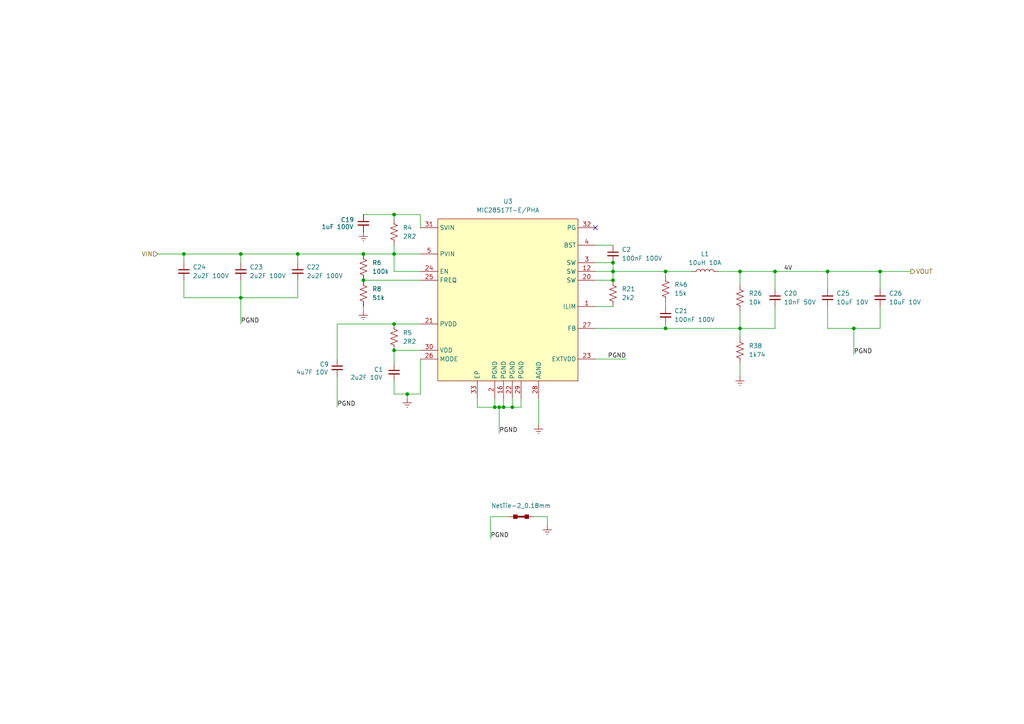
<source format=kicad_sch>
(kicad_sch (version 20250114) (generator "eeschema") (generator_version "9.0")
  (paper "A4")
  (lib_symbols
    (symbol "BR_Capacitors_0402:C_0402_100nF_100V_X5R_20%" (pin_numbers (hide yes)) (pin_names (offset 0.254) (hide yes))
      (property "Reference" "C" (at 1.016 1.778 0))
      (property "Value" "100nF 100V" (at 1.016 -1.778 0))
      (symbol "C_0402_100nF_100V_X5R_20%_0_1"
        (polyline (pts (xy -1.524 0.508) (xy 1.524 0.508)) (stroke (width 0.3048)))
        (polyline (pts (xy -1.524 -0.508) (xy 1.524 -0.508)) (stroke (width 0.3302)))
      )
      (symbol "C_0402_100nF_100V_X5R_20%_1_1"
        (pin passive line (at 0 2.54 270) (length 2.032) (name "~") (number "1"))
        (pin passive line (at 0 -2.54 90) (length 2.032) (name "~") (number "2"))
      )
    )
    (symbol "BR_Capacitors_0402:C_0402_10nF_50V_X7R_10%" (pin_numbers (hide yes)) (pin_names (offset 0.254) (hide yes))
      (property "Reference" "C" (at 1.016 1.778 0))
      (property "Value" "10nF 50V" (at 1.016 -1.778 0))
      (symbol "C_0402_10nF_50V_X7R_10%_0_1"
        (polyline (pts (xy -1.524 0.508) (xy 1.524 0.508)) (stroke (width 0.3048)))
        (polyline (pts (xy -1.524 -0.508) (xy 1.524 -0.508)) (stroke (width 0.3302)))
      )
      (symbol "C_0402_10nF_50V_X7R_10%_1_1"
        (pin passive line (at 0 2.54 270) (length 2.032) (name "~") (number "1"))
        (pin passive line (at 0 -2.54 90) (length 2.032) (name "~") (number "2"))
      )
    )
    (symbol "BR_Capacitors_0402:C_0402_2u2F_10V_X7R_10%" (pin_numbers (hide yes)) (pin_names (offset 0.254) (hide yes))
      (property "Reference" "C" (at 1.016 1.778 0))
      (property "Value" "2u2F 10V" (at 1.016 -1.778 0))
      (symbol "C_0402_2u2F_10V_X7R_10%_0_1"
        (polyline (pts (xy -1.524 0.508) (xy 1.524 0.508)) (stroke (width 0.3048)))
        (polyline (pts (xy -1.524 -0.508) (xy 1.524 -0.508)) (stroke (width 0.3302)))
      )
      (symbol "C_0402_2u2F_10V_X7R_10%_1_1"
        (pin passive line (at 0 2.54 270) (length 2.032) (name "~") (number "1"))
        (pin passive line (at 0 -2.54 90) (length 2.032) (name "~") (number "2"))
      )
    )
    (symbol "BR_Capacitors_0402:C_0402_4u7F_10V_X7T_20%" (pin_numbers (hide yes)) (pin_names (offset 0.254) (hide yes))
      (property "Reference" "C" (at 1.016 1.778 0))
      (property "Value" "4u7F 10V" (at 1.016 -1.778 0))
      (symbol "C_0402_4u7F_10V_X7T_20%_0_1"
        (polyline (pts (xy -1.524 0.508) (xy 1.524 0.508)) (stroke (width 0.3048)))
        (polyline (pts (xy -1.524 -0.508) (xy 1.524 -0.508)) (stroke (width 0.3302)))
      )
      (symbol "C_0402_4u7F_10V_X7T_20%_1_1"
        (pin passive line (at 0 2.54 270) (length 2.032) (name "~") (number "1"))
        (pin passive line (at 0 -2.54 90) (length 2.032) (name "~") (number "2"))
      )
    )
    (symbol "BR_Capacitors_0603:C_0603_100nF_100V_X7R_AEC-Q200" (pin_numbers (hide yes)) (pin_names (hide yes))
      (property "Reference" "C" (at 1.016 1.778 0))
      (property "Value" "100nF 100V" (at 1.016 -1.778 0))
      (symbol "C_0603_100nF_100V_X7R_AEC-Q200_0_1"
        (polyline (pts (xy -1.524 0.508) (xy 1.524 0.508)) (stroke (width 0.3048)))
        (polyline (pts (xy -1.524 -0.508) (xy 1.524 -0.508)) (stroke (width 0.3302)))
      )
      (symbol "C_0603_100nF_100V_X7R_AEC-Q200_1_1"
        (pin passive line (at 0 2.54 270) (length 2.032) (name "~") (number "1"))
        (pin passive line (at 0 -2.54 90) (length 2.032) (name "~") (number "2"))
      )
    )
    (symbol "BR_Capacitors_0603:C_0603_10uF_10V_X7T_10%" (pin_numbers (hide yes)) (pin_names (offset 0.254) (hide yes))
      (property "Reference" "C" (at 1.016 1.778 0))
      (property "Value" "10uF 10V" (at 1.016 -1.778 0))
      (symbol "C_0603_10uF_10V_X7T_10%_0_1"
        (polyline (pts (xy -1.524 0.508) (xy 1.524 0.508)) (stroke (width 0.3048)))
        (polyline (pts (xy -1.524 -0.508) (xy 1.524 -0.508)) (stroke (width 0.3302)))
      )
      (symbol "C_0603_10uF_10V_X7T_10%_1_1"
        (pin passive line (at 0 2.54 270) (length 2.032) (name "~") (number "1"))
        (pin passive line (at 0 -2.54 90) (length 2.032) (name "~") (number "2"))
      )
    )
    (symbol "BR_Capacitors_0805:C_0805_1uF_100V_X7S_10%" (pin_numbers (hide yes))
      (property "Reference" "C" (at 1.016 1.778 0))
      (property "Value" "1uF 100V" (at 1.016 -1.778 0))
      (symbol "C_0805_1uF_100V_X7S_10%_0_1"
        (polyline (pts (xy -1.524 0.508) (xy 1.524 0.508)) (stroke (width 0.3048)))
        (polyline (pts (xy -1.524 -0.508) (xy 1.524 -0.508)) (stroke (width 0.3302)))
      )
      (symbol "C_0805_1uF_100V_X7S_10%_1_1"
        (pin passive line (at 0 2.54 270) (length 2.032) (name "~") (number "1"))
        (pin passive line (at 0 -2.54 90) (length 2.032) (name "~") (number "2"))
      )
    )
    (symbol "BR_Capacitors_0805:C_0805_2u2F_100V_X7T_10%" (pin_numbers (hide yes))
      (property "Reference" "C" (at 1.016 1.778 0))
      (property "Value" "2u2F 100V" (at 1.016 -1.778 0))
      (symbol "C_0805_2u2F_100V_X7T_10%_0_1"
        (polyline (pts (xy -1.524 0.508) (xy 1.524 0.508)) (stroke (width 0.3048)))
        (polyline (pts (xy -1.524 -0.508) (xy 1.524 -0.508)) (stroke (width 0.3302)))
      )
      (symbol "C_0805_2u2F_100V_X7T_10%_1_1"
        (pin passive line (at 0 2.54 270) (length 2.032) (name "~") (number "1"))
        (pin passive line (at 0 -2.54 90) (length 2.032) (name "~") (number "2"))
      )
    )
    (symbol "BR_IC_Regulators:MIC28517T-E/PHA"
      (property "Reference" "U" (at -2.286 -15.748 0))
      (property "Value" "MIC28517T-E/PHA" (at -8.636 -12.7 0))
      (symbol "MIC28517T-E/PHA_1_0"
        (pin power_in line (at -25.4 10.16 0) (length 5.08) (name "SVIN") (number "31"))
        (pin power_in line (at -25.4 2.54 0) (length 5.08) (hide yes) (name "PVIN") (number "10"))
        (pin power_in line (at -25.4 2.54 0) (length 5.08) (hide yes) (name "PVIN") (number "11"))
        (pin power_in line (at -25.4 2.54 0) (length 5.08) (name "PVIN") (number "5"))
        (pin power_in line (at -25.4 2.54 0) (length 5.08) (hide yes) (name "PVIN") (number "6"))
        (pin power_in line (at -25.4 2.54 0) (length 5.08) (hide yes) (name "PVIN") (number "7"))
        (pin power_in line (at -25.4 2.54 0) (length 5.08) (hide yes) (name "PVIN") (number "8"))
        (pin power_in line (at -25.4 2.54 0) (length 5.08) (hide yes) (name "PVIN") (number "9"))
        (pin input line (at -25.4 -2.54 0) (length 5.08) (name "EN") (number "24"))
        (pin input line (at -25.4 -5.08 0) (length 5.08) (name "FREQ") (number "25"))
        (pin power_in line (at -25.4 -17.78 0) (length 5.08) (name "PVDD") (number "21"))
        (pin power_in line (at -25.4 -25.4 0) (length 5.08) (name "VDD") (number "30"))
        (pin input line (at -25.4 -27.94 0) (length 5.08) (name "MODE") (number "26"))
        (pin power_in line (at -8.89 -39.37 90) (length 5.08) (name "EP") (number "33"))
        (pin power_in line (at -3.81 -39.37 90) (length 5.08) (name "PGND") (number "2"))
        (pin power_in line (at -1.27 -39.37 90) (length 5.08) (name "PGND") (number "16"))
        (pin power_in line (at -1.27 -39.37 90) (length 5.08) (hide yes) (name "PGND") (number "17"))
        (pin power_in line (at -1.27 -39.37 90) (length 5.08) (hide yes) (name "PGND") (number "18"))
        (pin power_in line (at -1.27 -39.37 90) (length 5.08) (hide yes) (name "PGND") (number "19"))
        (pin power_in line (at 1.27 -39.37 90) (length 5.08) (name "PGND") (number "22"))
        (pin power_in line (at 3.81 -39.37 90) (length 5.08) (name "PGND") (number "29"))
        (pin power_in line (at 8.89 -39.37 90) (length 5.08) (name "AGND") (number "28"))
        (pin output line (at 25.4 10.16 180) (length 5.08) (name "PG") (number "32"))
        (pin passive line (at 25.4 5.08 180) (length 5.08) (name "BST") (number "4"))
        (pin output line (at 25.4 0 180) (length 5.08) (name "SW") (number "3"))
        (pin output line (at 25.4 -2.54 180) (length 5.08) (name "SW") (number "12"))
        (pin output line (at 25.4 -2.54 180) (length 5.08) (hide yes) (name "SW") (number "13"))
        (pin output line (at 25.4 -2.54 180) (length 5.08) (hide yes) (name "SW") (number "14"))
        (pin output line (at 25.4 -2.54 180) (length 5.08) (hide yes) (name "SW") (number "15"))
        (pin output line (at 25.4 -5.08 180) (length 5.08) (name "SW") (number "20"))
        (pin input line (at 25.4 -12.7 180) (length 5.08) (name "ILIM") (number "1"))
        (pin input line (at 25.4 -19.05 180) (length 5.08) (name "FB") (number "27"))
        (pin power_in line (at 25.4 -27.94 180) (length 5.08) (name "EXTVDD") (number "23"))
      )
      (symbol "MIC28517T-E/PHA_1_1"
        (rectangle (start -20.32 12.7) (end 20.32 -34.29) (fill (type background)))
      )
    )
    (symbol "BR_Inductors:L_XR1265-100M" (pin_numbers (hide yes)) (pin_names (offset 0.254) (hide yes))
      (property "Reference" "L" (at -1.27 0 90))
      (property "Value" "10uH 10A" (at 2.032 0 90))
      (symbol "L_XR1265-100M_0_1"
        (arc (start 0 2.54) (mid 0.6158 1.905) (end 0 1.27))
        (arc (start 0.0195 1.27) (mid 0.6353 0.635) (end 0.0195 0))
        (arc (start 0.0195 0) (mid 0.6353 -0.635) (end 0.0195 -1.27))
        (arc (start 0.0195 -1.27) (mid 0.6353 -1.905) (end 0.0195 -2.54))
      )
      (symbol "L_XR1265-100M_1_1"
        (pin passive line (at 0 3.81 270) (length 1.27) (name "~") (number "1"))
        (pin passive line (at 0 -3.81 90) (length 1.27) (name "~") (number "2"))
      )
    )
    (symbol "BR_Resistors_0402:R_0402_100k" (pin_numbers (hide yes)) (pin_names (offset 0) (hide yes))
      (property "Reference" "R" (at 1.524 1.27 0))
      (property "Value" "100k" (at 1.524 -1.27 0))
      (symbol "R_0402_100k_0_1"
        (polyline (pts (xy 0 2.286) (xy 0 2.54)))
        (polyline (pts (xy 0 2.286) (xy 1.016 1.905) (xy 0 1.524) (xy -1.016 1.143) (xy 0 0.762)))
        (polyline (pts (xy 0 0.762) (xy 1.016 0.381) (xy 0 0) (xy -1.016 -0.381) (xy 0 -0.762)))
        (polyline (pts (xy 0 -0.762) (xy 1.016 -1.143) (xy 0 -1.524) (xy -1.016 -1.905) (xy 0 -2.286)))
        (polyline (pts (xy 0 -2.286) (xy 0 -2.54)))
      )
      (symbol "R_0402_100k_1_1"
        (pin passive line (at 0 3.81 270) (length 1.27) (name "~") (number "1"))
        (pin passive line (at 0 -3.81 90) (length 1.27) (name "~") (number "2"))
      )
    )
    (symbol "BR_Resistors_0402:R_0402_10k" (pin_numbers (hide yes)) (pin_names (offset 0) (hide yes))
      (property "Reference" "R" (at 1.524 1.27 0))
      (property "Value" "10k" (at 1.524 -1.27 0))
      (symbol "R_0402_10k_0_1"
        (polyline (pts (xy 0 2.286) (xy 0 2.54)))
        (polyline (pts (xy 0 2.286) (xy 1.016 1.905) (xy 0 1.524) (xy -1.016 1.143) (xy 0 0.762)))
        (polyline (pts (xy 0 0.762) (xy 1.016 0.381) (xy 0 0) (xy -1.016 -0.381) (xy 0 -0.762)))
        (polyline (pts (xy 0 -0.762) (xy 1.016 -1.143) (xy 0 -1.524) (xy -1.016 -1.905) (xy 0 -2.286)))
        (polyline (pts (xy 0 -2.286) (xy 0 -2.54)))
      )
      (symbol "R_0402_10k_1_1"
        (pin passive line (at 0 3.81 270) (length 1.27) (name "~") (number "1"))
        (pin passive line (at 0 -3.81 90) (length 1.27) (name "~") (number "2"))
      )
    )
    (symbol "BR_Resistors_0402:R_0402_15k" (pin_numbers (hide yes)) (pin_names (offset 0) (hide yes))
      (property "Reference" "R" (at 1.524 1.27 0))
      (property "Value" "15k" (at 1.524 -1.27 0))
      (symbol "R_0402_15k_0_1"
        (polyline (pts (xy 0 2.286) (xy 0 2.54)))
        (polyline (pts (xy 0 2.286) (xy 1.016 1.905) (xy 0 1.524) (xy -1.016 1.143) (xy 0 0.762)))
        (polyline (pts (xy 0 0.762) (xy 1.016 0.381) (xy 0 0) (xy -1.016 -0.381) (xy 0 -0.762)))
        (polyline (pts (xy 0 -0.762) (xy 1.016 -1.143) (xy 0 -1.524) (xy -1.016 -1.905) (xy 0 -2.286)))
        (polyline (pts (xy 0 -2.286) (xy 0 -2.54)))
      )
      (symbol "R_0402_15k_1_1"
        (pin passive line (at 0 3.81 270) (length 1.27) (name "~") (number "1"))
        (pin passive line (at 0 -3.81 90) (length 1.27) (name "~") (number "2"))
      )
    )
    (symbol "BR_Resistors_0402:R_0402_1k74" (pin_numbers (hide yes)) (pin_names (offset 0) (hide yes))
      (property "Reference" "R" (at 1.524 1.27 0))
      (property "Value" "1k74" (at 1.524 -1.27 0))
      (symbol "R_0402_1k74_0_1"
        (polyline (pts (xy 0 2.286) (xy 0 2.54)))
        (polyline (pts (xy 0 2.286) (xy 1.016 1.905) (xy 0 1.524) (xy -1.016 1.143) (xy 0 0.762)))
        (polyline (pts (xy 0 0.762) (xy 1.016 0.381) (xy 0 0) (xy -1.016 -0.381) (xy 0 -0.762)))
        (polyline (pts (xy 0 -0.762) (xy 1.016 -1.143) (xy 0 -1.524) (xy -1.016 -1.905) (xy 0 -2.286)))
        (polyline (pts (xy 0 -2.286) (xy 0 -2.54)))
      )
      (symbol "R_0402_1k74_1_1"
        (pin passive line (at 0 3.81 270) (length 1.27) (name "~") (number "1"))
        (pin passive line (at 0 -3.81 90) (length 1.27) (name "~") (number "2"))
      )
    )
    (symbol "BR_Resistors_0402:R_0402_2R2" (pin_numbers (hide yes)) (pin_names (offset 0) (hide yes))
      (property "Reference" "R" (at 1.524 1.27 0))
      (property "Value" "2R2" (at 1.524 -1.27 0))
      (symbol "R_0402_2R2_0_1"
        (polyline (pts (xy 0 2.286) (xy 0 2.54)))
        (polyline (pts (xy 0 2.286) (xy 1.016 1.905) (xy 0 1.524) (xy -1.016 1.143) (xy 0 0.762)))
        (polyline (pts (xy 0 0.762) (xy 1.016 0.381) (xy 0 0) (xy -1.016 -0.381) (xy 0 -0.762)))
        (polyline (pts (xy 0 -0.762) (xy 1.016 -1.143) (xy 0 -1.524) (xy -1.016 -1.905) (xy 0 -2.286)))
        (polyline (pts (xy 0 -2.286) (xy 0 -2.54)))
      )
      (symbol "R_0402_2R2_1_1"
        (pin passive line (at 0 3.81 270) (length 1.27) (name "~") (number "1"))
        (pin passive line (at 0 -3.81 90) (length 1.27) (name "~") (number "2"))
      )
    )
    (symbol "BR_Resistors_0402:R_0402_2k2" (pin_numbers (hide yes)) (pin_names (offset 0) (hide yes))
      (property "Reference" "R" (at 1.524 1.27 0))
      (property "Value" "2k2" (at 1.524 -1.27 0))
      (symbol "R_0402_2k2_0_1"
        (polyline (pts (xy 0 2.286) (xy 0 2.54)))
        (polyline (pts (xy 0 2.286) (xy 1.016 1.905) (xy 0 1.524) (xy -1.016 1.143) (xy 0 0.762)))
        (polyline (pts (xy 0 0.762) (xy 1.016 0.381) (xy 0 0) (xy -1.016 -0.381) (xy 0 -0.762)))
        (polyline (pts (xy 0 -0.762) (xy 1.016 -1.143) (xy 0 -1.524) (xy -1.016 -1.905) (xy 0 -2.286)))
        (polyline (pts (xy 0 -2.286) (xy 0 -2.54)))
      )
      (symbol "R_0402_2k2_1_1"
        (pin passive line (at 0 3.81 270) (length 1.27) (name "~") (number "1"))
        (pin passive line (at 0 -3.81 90) (length 1.27) (name "~") (number "2"))
      )
    )
    (symbol "BR_Resistors_0402:R_0402_51k" (pin_numbers (hide yes)) (pin_names (offset 0) (hide yes))
      (property "Reference" "R" (at 1.524 1.27 0))
      (property "Value" "51k" (at 1.524 -1.27 0))
      (symbol "R_0402_51k_0_1"
        (polyline (pts (xy 0 2.286) (xy 0 2.54)))
        (polyline (pts (xy 0 2.286) (xy 1.016 1.905) (xy 0 1.524) (xy -1.016 1.143) (xy 0 0.762)))
        (polyline (pts (xy 0 0.762) (xy 1.016 0.381) (xy 0 0) (xy -1.016 -0.381) (xy 0 -0.762)))
        (polyline (pts (xy 0 -0.762) (xy 1.016 -1.143) (xy 0 -1.524) (xy -1.016 -1.905) (xy 0 -2.286)))
        (polyline (pts (xy 0 -2.286) (xy 0 -2.54)))
      )
      (symbol "R_0402_51k_1_1"
        (pin passive line (at 0 3.81 270) (length 1.27) (name "~") (number "1"))
        (pin passive line (at 0 -3.81 90) (length 1.27) (name "~") (number "2"))
      )
    )
    (symbol "BR_Virtual_Parts:GND" (power) (pin_numbers (hide yes)) (pin_names (offset 0) (hide yes))
      (property "Value" "GND" (at 0 -3.556 0))
      (symbol "GND_0_1"
        (polyline (pts (xy -0.635 -1.905) (xy 0.635 -1.905)))
        (polyline (pts (xy -0.127 -2.54) (xy 0.127 -2.54)))
        (polyline (pts (xy 0 -1.27) (xy 0 0)))
        (polyline (pts (xy 1.27 -1.27) (xy -1.27 -1.27)))
      )
      (symbol "GND_1_1"
        (pin power_in line (at 0 0 270) (length 0) (hide yes) (name "GNDREF") (number "1"))
      )
    )
    (symbol "BR_Virtual_Parts:NetTie-2_0.18mm_long" (pin_numbers (hide yes)) (pin_names (offset 0)) (in_bom no)
      (property "Value" "NetTie-2_0.18mm" (at 2.54 0 90))
      (symbol "NetTie-2_0.18mm_long_0_1"
        (polyline (pts (xy 0 2.286) (xy 0 2.54)))
        (polyline (pts (xy 0 -2.286) (xy 0 -2.54)))
      )
      (symbol "NetTie-2_0.18mm_long_1_1"
        (rectangle (start -0.635 2.286) (end 0.635 1.016) (stroke (width -0.0001)) (fill (type outline)))
        (rectangle (start -0.635 -1.016) (end 0.635 -2.286) (stroke (width -0.0001)) (fill (type outline)))
        (rectangle (start -0.254 1.016) (end 0.254 -1.016) (stroke (width -0.0001)) (fill (type outline)))
        (pin passive line (at 0 3.81 270) (length 1.27) (name "~") (number "1"))
        (pin passive line (at 0 -3.81 90) (length 1.27) (name "~") (number "2"))
      )
    )
  )
  (junction (at 53.34 73.66))
  (junction (at 69.85 73.66))
  (junction (at 114.3 101.6))
  (junction (at 214.63 78.74))
  (junction (at 114.3 93.98))
  (junction (at 177.8 81.28))
  (junction (at 240.03 78.74))
  (junction (at 86.36 73.66))
  (junction (at 105.41 81.28))
  (junction (at 143.51 118.11))
  (junction (at 69.85 86.36))
  (junction (at 118.11 114.3))
  (junction (at 144.78 118.11))
  (junction (at 114.3 73.66))
  (junction (at 224.79 78.74))
  (junction (at 247.65 95.25))
  (junction (at 177.8 76.2))
  (junction (at 214.63 95.25))
  (junction (at 193.04 78.74))
  (junction (at 255.27 78.74))
  (junction (at 148.59 118.11))
  (junction (at 146.05 118.11))
  (junction (at 114.3 62.23))
  (junction (at 105.41 73.66))
  (junction (at 177.8 78.74))
  (junction (at 193.04 95.25))
  (no_connect (at 172.72 66.04))
  (wire (pts (xy 214.63 90.17) (xy 214.63 95.25)))
  (wire (pts (xy 53.34 86.36) (xy 69.85 86.36)))
  (wire (pts (xy 193.04 95.25) (xy 214.63 95.25)))
  (wire (pts (xy 105.41 81.28) (xy 121.92 81.28)))
  (wire (pts (xy 156.21 123.19) (xy 156.21 115.57)))
  (wire (pts (xy 118.11 114.3) (xy 121.92 114.3)))
  (wire (pts (xy 53.34 81.28) (xy 53.34 86.36)))
  (wire (pts (xy 121.92 62.23) (xy 121.92 66.04)))
  (wire (pts (xy 144.78 118.11) (xy 143.51 118.11)))
  (wire (pts (xy 86.36 73.66) (xy 86.36 76.2)))
  (wire (pts (xy 193.04 93.98) (xy 193.04 95.25)))
  (wire (pts (xy 172.72 76.2) (xy 177.8 76.2)))
  (wire (pts (xy 147.32 149.86) (xy 142.24 149.86)))
  (wire (pts (xy 224.79 78.74) (xy 224.79 83.82)))
  (wire (pts (xy 114.3 78.74) (xy 121.92 78.74)))
  (wire (pts (xy 69.85 73.66) (xy 69.85 76.2)))
  (wire (pts (xy 146.05 118.11) (xy 144.78 118.11)))
  (wire (pts (xy 214.63 78.74) (xy 224.79 78.74)))
  (wire (pts (xy 193.04 78.74) (xy 193.04 80.01)))
  (wire (pts (xy 105.41 73.66) (xy 114.3 73.66)))
  (wire (pts (xy 214.63 82.55) (xy 214.63 78.74)))
  (wire (pts (xy 158.75 152.4) (xy 158.75 149.86)))
  (wire (pts (xy 224.79 78.74) (xy 240.03 78.74)))
  (wire (pts (xy 214.63 105.41) (xy 214.63 109.22)))
  (wire (pts (xy 69.85 73.66) (xy 86.36 73.66)))
  (wire (pts (xy 158.75 149.86) (xy 154.94 149.86)))
  (wire (pts (xy 114.3 62.23) (xy 121.92 62.23)))
  (wire (pts (xy 97.79 109.22) (xy 97.79 118.11)))
  (wire (pts (xy 69.85 86.36) (xy 69.85 93.98)))
  (wire (pts (xy 114.3 78.74) (xy 114.3 73.66)))
  (wire (pts (xy 148.59 115.57) (xy 148.59 118.11)))
  (wire (pts (xy 146.05 115.57) (xy 146.05 118.11)))
  (wire (pts (xy 255.27 78.74) (xy 255.27 83.82)))
  (wire (pts (xy 240.03 95.25) (xy 247.65 95.25)))
  (wire (pts (xy 143.51 118.11) (xy 138.43 118.11)))
  (wire (pts (xy 114.3 62.23) (xy 114.3 63.5)))
  (wire (pts (xy 240.03 78.74) (xy 255.27 78.74)))
  (wire (pts (xy 86.36 86.36) (xy 86.36 81.28)))
  (wire (pts (xy 148.59 118.11) (xy 146.05 118.11)))
  (wire (pts (xy 142.24 149.86) (xy 142.24 156.21)))
  (wire (pts (xy 114.3 93.98) (xy 121.92 93.98)))
  (wire (pts (xy 114.3 101.6) (xy 114.3 105.41)))
  (wire (pts (xy 114.3 101.6) (xy 121.92 101.6)))
  (wire (pts (xy 172.72 95.25) (xy 193.04 95.25)))
  (wire (pts (xy 247.65 95.25) (xy 247.65 102.87)))
  (wire (pts (xy 208.28 78.74) (xy 214.63 78.74)))
  (wire (pts (xy 240.03 88.9) (xy 240.03 95.25)))
  (wire (pts (xy 177.8 76.2) (xy 177.8 78.74)))
  (wire (pts (xy 114.3 73.66) (xy 121.92 73.66)))
  (wire (pts (xy 151.13 118.11) (xy 148.59 118.11)))
  (wire (pts (xy 255.27 95.25) (xy 255.27 88.9)))
  (wire (pts (xy 172.72 88.9) (xy 177.8 88.9)))
  (wire (pts (xy 53.34 73.66) (xy 53.34 76.2)))
  (wire (pts (xy 121.92 104.14) (xy 121.92 114.3)))
  (wire (pts (xy 114.3 110.49) (xy 114.3 114.3)))
  (wire (pts (xy 177.8 81.28) (xy 172.72 81.28)))
  (wire (pts (xy 247.65 95.25) (xy 255.27 95.25)))
  (wire (pts (xy 114.3 114.3) (xy 118.11 114.3)))
  (wire (pts (xy 45.72 73.66) (xy 53.34 73.66)))
  (wire (pts (xy 193.04 78.74) (xy 200.66 78.74)))
  (wire (pts (xy 69.85 81.28) (xy 69.85 86.36)))
  (wire (pts (xy 143.51 115.57) (xy 143.51 118.11)))
  (wire (pts (xy 118.11 115.57) (xy 118.11 114.3)))
  (wire (pts (xy 214.63 95.25) (xy 224.79 95.25)))
  (wire (pts (xy 144.78 118.11) (xy 144.78 125.73)))
  (wire (pts (xy 172.72 71.12) (xy 177.8 71.12)))
  (wire (pts (xy 151.13 115.57) (xy 151.13 118.11)))
  (wire (pts (xy 69.85 86.36) (xy 86.36 86.36)))
  (wire (pts (xy 97.79 93.98) (xy 97.79 104.14)))
  (wire (pts (xy 177.8 78.74) (xy 172.72 78.74)))
  (wire (pts (xy 177.8 78.74) (xy 177.8 81.28)))
  (wire (pts (xy 177.8 78.74) (xy 193.04 78.74)))
  (wire (pts (xy 193.04 87.63) (xy 193.04 88.9)))
  (wire (pts (xy 214.63 97.79) (xy 214.63 95.25)))
  (wire (pts (xy 172.72 104.14) (xy 181.61 104.14)))
  (wire (pts (xy 255.27 78.74) (xy 264.16 78.74)))
  (wire (pts (xy 138.43 115.57) (xy 138.43 118.11)))
  (wire (pts (xy 114.3 93.98) (xy 97.79 93.98)))
  (wire (pts (xy 240.03 78.74) (xy 240.03 83.82)))
  (wire (pts (xy 224.79 95.25) (xy 224.79 88.9)))
  (wire (pts (xy 53.34 73.66) (xy 69.85 73.66)))
  (wire (pts (xy 105.41 62.23) (xy 114.3 62.23)))
  (wire (pts (xy 114.3 71.12) (xy 114.3 73.66)))
  (wire (pts (xy 86.36 73.66) (xy 105.41 73.66)))
  (wire (pts (xy 105.41 88.9) (xy 105.41 90.17)))
  (label "PGND" (at 97.79 118.11 0))
  (label "PGND" (at 181.61 104.14 180))
  (label "4V" (at 227.33 78.74 0))
  (label "PGND" (at 69.85 93.98 0))
  (label "PGND" (at 142.24 156.21 0))
  (label "PGND" (at 144.78 125.73 0))
  (label "PGND" (at 247.65 102.87 0))
  (hierarchical_label "VOUT" (shape output) (at 264.16 78.74 0))
  (hierarchical_label "VIN" (shape input) (at 45.72 73.66 180))
  (symbol (lib_id "BR_Capacitors_0603:C_0603_100nF_100V_X7R_AEC-Q200") (at 177.8 73.66 0) (unit 1)
    (property "Reference" "C2" (at 180.34 72.3962 0) (effects (justify left)))
    (property "Value" "100nF 100V" (at 180.34 74.9362 0) (effects (justify left)))
    (property "Footprint" "BR_Passives:C_0603_1608Metric-minimized" (effects (hide yes)))
    (property "Datasheet" "https://www.murata.com/-/media/webrenewal/support/library/catalog/products/k35e.ashx?la=en-us&cvid=20200508021757000000" (effects (hide yes)))
    (property "Description" "100nF 100V X7R 10% Ceramic Capacitor 0603 AEC-Q200" (effects (hide yes)))
    (property "Manufacturer" "Murata Electronics" (effects (hide yes)))
    (property "Manufacturer Part Num" "GCJ188R72A104KA01D" (effects (hide yes)))
    (property "BRE Number" "BRE-000034" (effects (hide yes)))
    (property "Supplier 1" "DigiKey" (effects (hide yes)))
    (property "Supplier Part Num 1" "490-13420-1-ND" (effects (hide yes)))
    (property "Supplier 2" "Mouser" (effects (hide yes)))
    (property "Supplier Part Num 2" "81-GCJ188R72A104KA1D" (effects (hide yes)))
    (property "Supplier 3" "JLCPCB" (effects (hide yes)))
    (property "Supplier Part Num 3" "C161117" (effects (hide yes)))
    (property "JLCPCB Part Num" "C161117" (effects (hide yes)))
  )
  (symbol (lib_id "BR_Resistors_0402:R_0402_2k2") (at 177.8 85.09 0) (unit 1)
    (property "Reference" "R21" (at 180.34 83.8199 0) (effects (justify left)))
    (property "Value" "2k2" (at 180.34 86.3599 0) (effects (justify left)))
    (property "Footprint" "BR_Passives:R_0402_1005Metric-minimized" (effects (hide yes)))
    (property "Datasheet" "https://www.yageo.com/upload/media/product/app/datasheet/rchip/pyu-rc_group_51_rohs_l.pdf" (effects (hide yes)))
    (property "Description" "2.2k 1% 100ppm 62.5mW Thick Film Resistor 0402" (effects (hide yes)))
    (property "Manufacturer" "YAGEO" (effects (hide yes)))
    (property "Manufacturer Part Num" "RC0402FR-072K2L" (effects (hide yes)))
    (property "BRE Number" "BRE-000325" (effects (hide yes)))
    (property "Supplier 1" "DigiKey" (effects (hide yes)))
    (property "Supplier Part Num 1" "311-2.20KLRCT-ND" (effects (hide yes)))
    (property "Supplier 2" "DigiKey" (effects (hide yes)))
    (property "Supplier Part Num 2" "311-2.20KLRTR-ND" (effects (hide yes)))
    (property "Supplier 3" "JLCPCB" (effects (hide yes)))
    (property "Supplier Part Num 3" "C114762" (effects (hide yes)))
    (property "JLCPCB Part Num" "C114762" (effects (hide yes)))
  )
  (symbol (lib_id "BR_Virtual_Parts:GND") (at 214.63 109.22 0) (unit 1)
    (property "Reference" "#PWR027" (effects (hide yes)))
    (property "Value" "GND" (effects (hide yes)))
  )
  (symbol (lib_id "BR_Virtual_Parts:GND") (at 158.75 152.4 0) (unit 1)
    (property "Reference" "#PWR023" (effects (hide yes)))
    (property "Value" "GND" (effects (hide yes)))
  )
  (symbol (lib_id "BR_Virtual_Parts:GND") (at 105.41 67.31 0) (unit 1)
    (property "Reference" "#PWR031" (effects (hide yes)))
    (property "Value" "GND" (effects (hide yes)))
  )
  (symbol (lib_id "BR_Resistors_0402:R_0402_100k") (at 105.41 77.47 0) (unit 1)
    (property "Reference" "R6" (at 107.95 76.1999 0) (effects (justify left)))
    (property "Value" "100k" (at 107.95 78.7399 0) (effects (justify left)))
    (property "Footprint" "BR_Passives:C_0402_1005Metric-minimized" (effects (hide yes)))
    (property "Datasheet" "https://www.yageo.com/upload/media/product/productsearch/datasheet/rchip/PYu-RC_Group_51_RoHS_L_12.pdf" (effects (hide yes)))
    (property "Description" "100k 1% 100ppm 62.5mW Thick Film Resistor 0402" (effects (hide yes)))
    (property "Manufacturer" "YAGEO" (effects (hide yes)))
    (property "Manufacturer Part Num" "RC0402FR-07100KL" (effects (hide yes)))
    (property "BRE Number" "BRE-000290" (effects (hide yes)))
    (property "Supplier 1" "DigiKey" (effects (hide yes)))
    (property "Supplier Part Num 1" "311-100KLRCT-ND" (effects (hide yes)))
    (property "Supplier 2" "DigiKey" (effects (hide yes)))
    (property "Supplier Part Num 2" "311-100KLRTR-ND" (effects (hide yes)))
    (property "Supplier 3" "JLCPCB" (effects (hide yes)))
    (property "Supplier Part Num 3" "C60491" (effects (hide yes)))
    (property "JLCPCB Part Num" "C60491" (effects (hide yes)))
  )
  (symbol (lib_id "BR_Resistors_0402:R_0402_51k") (at 105.41 85.09 0) (unit 1)
    (property "Reference" "R8" (at 107.95 83.8199 0) (effects (justify left)))
    (property "Value" "51k" (at 107.95 86.3599 0) (effects (justify left)))
    (property "Footprint" "BR_Passives:C_0402_1005Metric-minimized" (effects (hide yes)))
    (property "Datasheet" "https://www.yageo.com/upload/media/product/products/datasheet/rchip/PYu-RC_Group_51_RoHS_L_12.pdf" (effects (hide yes)))
    (property "Description" "51k 1% 100ppm 62.5mW Thick Film Resistor 0402" (effects (hide yes)))
    (property "Manufacturer" "YAGEO" (effects (hide yes)))
    (property "Manufacturer Part Num" "RC0402FR-0751KL" (effects (hide yes)))
    (property "BRE Number" "BRE-001229" (effects (hide yes)))
    (property "Supplier 1" "DigiKey" (effects (hide yes)))
    (property "Supplier Part Num 1" "311-51.0KLRCT-ND" (effects (hide yes)))
    (property "Supplier 2" "Mouser" (effects (hide yes)))
    (property "Supplier Part Num 2" "603-RC0402FR-0756KL" (effects (hide yes)))
    (property "Supplier 3" "JLCPCB" (effects (hide yes)))
    (property "Supplier Part Num 3" "C107229" (effects (hide yes)))
    (property "JLCPCB Part Num" "C107229" (effects (hide yes)))
  )
  (symbol (lib_id "BR_Resistors_0402:R_0402_10k") (at 214.63 86.36 0) (unit 1)
    (property "Reference" "R26" (at 217.17 85.0899 0) (effects (justify left)))
    (property "Value" "10k" (at 217.17 87.6299 0) (effects (justify left)))
    (property "Footprint" "BR_Passives:C_0402_1005Metric-minimized" (effects (hide yes)))
    (property "Datasheet" "https://www.yageo.com/upload/media/product/productsearch/datasheet/rchip/PYu-AC_51_RoHS_L_10.pdf" (effects (hide yes)))
    (property "Description" "10k 1% 100ppm 62.5mW Thick Film Resistor 0402" (effects (hide yes)))
    (property "Manufacturer" "YAGEO" (effects (hide yes)))
    (property "Manufacturer Part Num" "AC0402FR-0710KL" (effects (hide yes)))
    (property "BRE Number" "BRE-000292" (effects (hide yes)))
    (property "Supplier 1" "DigiKey" (effects (hide yes)))
    (property "Supplier Part Num 1" "YAG3436CT-ND" (effects (hide yes)))
    (property "Supplier 2" "DigiKey" (effects (hide yes)))
    (property "Supplier Part Num 2" "YAG3436TR-ND" (effects (hide yes)))
    (property "Supplier 3" "JLCPCB" (effects (hide yes)))
    (property "Supplier Part Num 3" "C144807" (effects (hide yes)))
    (property "JLCPCB Part Num" "C144807" (effects (hide yes)))
  )
  (symbol (lib_id "BR_Virtual_Parts:GND") (at 105.41 90.17 0) (unit 1)
    (property "Reference" "#PWR025" (effects (hide yes)))
    (property "Value" "GND" (effects (hide yes)))
  )
  (symbol (lib_id "BR_Resistors_0402:R_0402_1k74") (at 214.63 101.6 0) (unit 1)
    (property "Reference" "R38" (at 217.17 100.3299 0) (effects (justify left)))
    (property "Value" "1k74" (at 217.17 102.8699 0) (effects (justify left)))
    (property "Footprint" "BR_Passives:C_0402_1005Metric-minimized" (effects (hide yes)))
    (property "Datasheet" "https://www.yageo.com/upload/media/product/products/datasheet/rchip/PYu-RC_Group_51_RoHS_L_12.pdf" (effects (hide yes)))
    (property "Description" "1.74k 1% 100ppm 62.5mW Thick Film Resistor 0402" (effects (hide yes)))
    (property "Manufacturer" "YAGEO" (effects (hide yes)))
    (property "Manufacturer Part Num" "RC0402FR-071K74L" (effects (hide yes)))
    (property "BRE Number" "BRE-001233" (effects (hide yes)))
    (property "Supplier 1" "DigiKey" (effects (hide yes)))
    (property "Supplier Part Num 1" "YAG3046CT-ND" (effects (hide yes)))
    (property "Supplier 2" "DigiKey" (effects (hide yes)))
    (property "Supplier Part Num 2" "YAG3046CT-ND" (effects (hide yes)))
    (property "Supplier 3" "JLCPCB" (effects (hide yes)))
    (property "Supplier Part Num 3" "C163482" (effects (hide yes)))
    (property "JLCPCB Part Num" "C163482" (effects (hide yes)))
  )
  (symbol (lib_id "BR_Capacitors_0805:C_0805_2u2F_100V_X7T_10%") (at 86.36 78.74 0) (unit 1)
    (property "Reference" "C22" (at 88.9 77.4762 0) (effects (justify left)))
    (property "Value" "2u2F 100V" (at 88.9 80.0162 0) (effects (justify left)))
    (property "Footprint" "BR_Passives:C_0805_2012Metric-minimized" (effects (hide yes)))
    (property "Datasheet" "https://search.murata.co.jp/Ceramy/image/img/A01X/G101/ENG/GRM21BD72A225KE01-01A.pdf" (effects (hide yes)))
    (property "Description" "2.2uF 100V X7T 10% Ceramic Capacitor 0805" (effects (hide yes)))
    (property "Manufacturer" "Murata Electronics" (effects (hide yes)))
    (property "Manufacturer Part Num" "GRM21BD72A225KE01L" (effects (hide yes)))
    (property "BRE Number" "BRE-001204" (effects (hide yes)))
    (property "Supplier 1" "DigiKey" (effects (hide yes)))
    (property "Supplier Part Num 1" "490-GRM21BD72A225KE01LCT-ND" (effects (hide yes)))
    (property "Supplier 2" "Mouser" (effects (hide yes)))
    (property "Supplier Part Num 2" "81-GRM21BD72A225KE1L" (effects (hide yes)))
    (property "Supplier 3" "JLCPCB" (effects (hide yes)))
    (property "Supplier Part Num 3" " C2981733" (effects (hide yes)))
    (property "JLCPCB Part Num" "C2981733" (effects (hide yes)))
  )
  (symbol (lib_id "BR_Virtual_Parts:GND") (at 156.21 123.19 0) (unit 1)
    (property "Reference" "#PWR024" (effects (hide yes)))
    (property "Value" "GND" (effects (hide yes)))
  )
  (symbol (lib_id "BR_Capacitors_0603:C_0603_10uF_10V_X7T_10%") (at 240.03 86.36 0) (unit 1)
    (property "Reference" "C25" (at 242.57 85.0962 0) (effects (justify left)))
    (property "Value" "10uF 10V" (at 242.57 87.6362 0) (effects (justify left)))
    (property "Footprint" "BR_Passives:C_0603_1608Metric-minimized" (effects (hide yes)))
    (property "Datasheet" "https://search.murata.co.jp/Ceramy/image/img/A01X/G101/ENG/GRM188D71A106KA73-01.pdf" (effects (hide yes)))
    (property "Description" "10uF 10V X7T 10% Ceramic Capacitor 0603" (effects (hide yes)))
    (property "Manufacturer" "Murata Electronics" (effects (hide yes)))
    (property "Manufacturer Part Num" "GRM188D71A106KA73D" (effects (hide yes)))
    (property "BRE Number" "BRE-000035" (effects (hide yes)))
    (property "Supplier 1" "DigiKey" (effects (hide yes)))
    (property "Supplier Part Num 1" "490-14461-1-ND" (effects (hide yes)))
    (property "Supplier 2" "Mouser" (effects (hide yes)))
    (property "Supplier Part Num 2" "81-GRM188D71A106KA3D" (effects (hide yes)))
    (property "Supplier 3" "JLCPCB" (effects (hide yes)))
    (property "Supplier Part Num 3" "C385037" (effects (hide yes)))
    (property "JLCPCB Part Num" "C385037" (effects (hide yes)))
  )
  (symbol (lib_id "BR_Inductors:L_XR1265-100M") (at 204.47 78.74 90) (unit 1)
    (property "Reference" "L1" (at 204.47 73.66 90))
    (property "Value" "10uH 10A" (at 204.47 76.2 90))
    (property "Footprint" "BR_Inductors:XR1265-100M" (effects (hide yes)))
    (property "Datasheet" "https://jlcpcb.com/api/file/downloadByFileSystemAccessId/8590906446731567104" (effects (hide yes)))
    (property "Description" "10uH 20% 10A 20.7mR  Shielded Molded Inductor SMT 13.5x12.6x6.3mm" (effects (hide yes)))
    (property "Manufacturer" "XR" (effects (hide yes)))
    (property "Manufacturer Part Num" "XR1265-100M" (effects (hide yes)))
    (property "BRE Number" "BRE-001232" (effects (hide yes)))
    (property "JLCPCB Part Num" "C5339467" (effects (hide yes)))
  )
  (symbol (lib_id "BR_Resistors_0402:R_0402_2R2") (at 114.3 97.79 0) (unit 1)
    (property "Reference" "R5" (at 116.84 96.5199 0) (effects (justify left)))
    (property "Value" "2R2" (at 116.84 99.0599 0) (effects (justify left)))
    (property "Footprint" "BR_Passives:R_0402_1005Metric-minimized" (effects (hide yes)))
    (property "Datasheet" "https://jlcpcb.com/api/file/downloadByFileSystemAccessId/8588947077061070848" (effects (hide yes)))
    (property "Description" "2.2R 1% 200ppm 62.5mW Thick Film Resistor 0402" (effects (hide yes)))
    (property "Manufacturer" "YAGEO" (effects (hide yes)))
    (property "Manufacturer Part Num" "RC0402FR-072R2L" (effects (hide yes)))
    (property "BRE Number" "BRE-001225" (effects (hide yes)))
    (property "Supplier 1" "DigiKey" (effects (hide yes)))
    (property "Supplier Part Num 1" "311-2.20LRCT-ND" (effects (hide yes)))
    (property "Supplier 2" "DigiKey" (effects (hide yes)))
    (property "Supplier Part Num 2" "311-2.20LRCT-ND" (effects (hide yes)))
    (property "Supplier 3" "JLCPCB" (effects (hide yes)))
    (property "Supplier Part Num 3" "C327251" (effects (hide yes)))
    (property "JLCPCB Part Num" "C327251" (effects (hide yes)))
  )
  (symbol (lib_id "BR_Capacitors_0402:C_0402_100nF_100V_X5R_20%") (at 193.04 91.44 0) (unit 1)
    (property "Reference" "C21" (at 195.58 90.1762 0) (effects (justify left)))
    (property "Value" "100nF 100V" (at 195.58 92.7162 0) (effects (justify left)))
    (property "Footprint" "BR_Passives:C_0402_1005Metric-minimized" (effects (hide yes)))
    (property "Datasheet" "https://www.lcsc.com/datasheet/lcsc_datasheet_2410010301_Murata-Electronics-GRM155R62A104ME14D_C162179.pdf" (effects (hide yes)))
    (property "Description" "100nF 100V X5R 20% Ceramic Capacitor 0402" (effects (hide yes)))
    (property "Manufacturer" "Murata" (effects (hide yes)))
    (property "Manufacturer Part Num" "GRM155R62A104ME14D" (effects (hide yes)))
    (property "BRE Number" "BRE-001025" (effects (hide yes)))
    (property "JLCPCB Part Num" "C162178" (effects (hide yes)))
  )
  (symbol (lib_id "BR_Capacitors_0402:C_0402_4u7F_10V_X7T_20%") (at 97.79 106.68 0) (unit 1)
    (property "Reference" "C9" (at 92.71 105.664 0) (effects (justify left)))
    (property "Value" "4u7F 10V" (at 85.852 107.95 0) (effects (justify left)))
    (property "Footprint" "BR_Passives:C_0402_1005Metric-minimized" (effects (hide yes)))
    (property "Datasheet" "https://search.murata.co.jp/Ceramy/image/img/A01X/G101/ENG/GRM155D71A475ME15-01A.pdf" (effects (hide yes)))
    (property "Description" "4.7uF 10V X7T 20% Ceramic Capacitor 0402" (effects (hide yes)))
    (property "Manufacturer" "Murata Electronics" (effects (hide yes)))
    (property "Manufacturer Part Num" "GRM155D71A475ME15J" (effects (hide yes)))
    (property "BRE Number" "BRE-000033" (effects (hide yes)))
    (property "Supplier 1" "DigiKey" (effects (hide yes)))
    (property "Supplier Part Num 1" "490-GRM155D71A475ME15JTR-ND" (effects (hide yes)))
    (property "Supplier 2" "Mouser" (effects (hide yes)))
    (property "Supplier Part Num 2" "81-GRM155D71A475ME5J" (effects (hide yes)))
    (property "Supplier 3" "JLCPCB" (effects (hide yes)))
    (property "Supplier Part Num 3" "C20044523" (effects (hide yes)))
    (property "JLCPCB Part Num" "C20044523" (effects (hide yes)))
  )
  (symbol (lib_id "BR_Capacitors_0402:C_0402_10nF_50V_X7R_10%") (at 224.79 86.36 0) (unit 1)
    (property "Reference" "C20" (at 227.33 85.0962 0) (effects (justify left)))
    (property "Value" "10nF 50V" (at 227.33 87.6362 0) (effects (justify left)))
    (property "Footprint" "BR_Passives:C_0402_1005Metric-minimized" (effects (hide yes)))
    (property "Datasheet" "https://www.yageo.com/upload/media/product/productsearch/datasheet/mlcc/UPY-GPHC_X7R_6.3V-to-250V_23.pdf" (effects (hide yes)))
    (property "Description" "10nF 50V X7R 10% Ceramic Capacitor 0402" (effects (hide yes)))
    (property "Manufacturer" "YAGEO" (effects (hide yes)))
    (property "Manufacturer Part Num" "CC0402KRX7R9BB103" (effects (hide yes)))
    (property "BRE Number" "BRE-000013" (effects (hide yes)))
    (property "Supplier 1" "DigiKey" (effects (hide yes)))
    (property "Supplier Part Num 1" "311-1349-1-ND" (effects (hide yes)))
    (property "Supplier 2" "Mouser" (effects (hide yes)))
    (property "Supplier Part Num 2" "603-CC402KRX7R9BB103" (effects (hide yes)))
    (property "Supplier 3" "JLCPCB" (effects (hide yes)))
    (property "Supplier Part Num 3" "C60133" (effects (hide yes)))
    (property "JLCPCB Part Num" "C60133" (effects (hide yes)))
  )
  (symbol (lib_id "BR_Capacitors_0805:C_0805_2u2F_100V_X7T_10%") (at 53.34 78.74 0) (unit 1)
    (property "Reference" "C24" (at 55.88 77.4762 0) (effects (justify left)))
    (property "Value" "2u2F 100V" (at 55.88 80.0162 0) (effects (justify left)))
    (property "Footprint" "BR_Passives:C_0805_2012Metric-minimized" (effects (hide yes)))
    (property "Datasheet" "https://search.murata.co.jp/Ceramy/image/img/A01X/G101/ENG/GRM21BD72A225KE01-01A.pdf" (effects (hide yes)))
    (property "Description" "2.2uF 100V X7T 10% Ceramic Capacitor 0805" (effects (hide yes)))
    (property "Manufacturer" "Murata Electronics" (effects (hide yes)))
    (property "Manufacturer Part Num" "GRM21BD72A225KE01L" (effects (hide yes)))
    (property "BRE Number" "BRE-001204" (effects (hide yes)))
    (property "Supplier 1" "DigiKey" (effects (hide yes)))
    (property "Supplier Part Num 1" "490-GRM21BD72A225KE01LCT-ND" (effects (hide yes)))
    (property "Supplier 2" "Mouser" (effects (hide yes)))
    (property "Supplier Part Num 2" "81-GRM21BD72A225KE1L" (effects (hide yes)))
    (property "Supplier 3" "JLCPCB" (effects (hide yes)))
    (property "Supplier Part Num 3" " C2981733" (effects (hide yes)))
    (property "JLCPCB Part Num" "C2981733" (effects (hide yes)))
  )
  (symbol (lib_id "BR_IC_Regulators:MIC28517T-E/PHA") (at 147.32 76.2 0) (unit 1)
    (property "Reference" "U3" (at 147.32 58.42 0))
    (property "Value" "MIC28517T-E/PHA" (at 147.32 60.96 0))
    (property "Footprint" "BR_IC:QFN-32_x6mm_P0.65mm" (effects (hide yes)))
    (property "Datasheet" "https://ww1.microchip.com/downloads/aemDocuments/documents/APID/ProductDocuments/DataSheets/MIC28517-Data-Sheet-DS20006317C.pdf" (effects (hide yes)))
    (property "Description" "Buck Switching Regulator, Adjustable, 8A, 600mV~32V, 4.5V~70V, VQFN-32(6x6)" (effects (hide yes)))
    (property "Manufacturer" "Microchip Technology" (effects (hide yes)))
    (property "Manufacturer Part Num" "MIC28517T-E/PHA" (effects (hide yes)))
    (property "BRE Number" "BRE-001217" (effects (hide yes)))
    (property "Supplier 1" "DigiKey" (effects (hide yes)))
    (property "Supplier Part Num 1" "150-MIC28517T-E/PHACT-ND" (effects (hide yes)))
    (property "Supplier 2" "Mouser" (effects (hide yes)))
    (property "Supplier Part Num 2" "579-MIC28517T-E/PHA" (effects (hide yes)))
    (property "Supplier 3" "JLCPCB" (effects (hide yes)))
    (property "Supplier Part Num 3" "C623943" (effects (hide yes)))
    (property "JLCPCB Part Num" "C623943" (effects (hide yes)))
  )
  (symbol (lib_id "BR_Capacitors_0603:C_0603_10uF_10V_X7T_10%") (at 255.27 86.36 0) (unit 1)
    (property "Reference" "C26" (at 257.81 85.0962 0) (effects (justify left)))
    (property "Value" "10uF 10V" (at 257.81 87.6362 0) (effects (justify left)))
    (property "Footprint" "BR_Passives:C_0603_1608Metric-minimized" (effects (hide yes)))
    (property "Datasheet" "https://search.murata.co.jp/Ceramy/image/img/A01X/G101/ENG/GRM188D71A106KA73-01.pdf" (effects (hide yes)))
    (property "Description" "10uF 10V X7T 10% Ceramic Capacitor 0603" (effects (hide yes)))
    (property "Manufacturer" "Murata Electronics" (effects (hide yes)))
    (property "Manufacturer Part Num" "GRM188D71A106KA73D" (effects (hide yes)))
    (property "BRE Number" "BRE-000035" (effects (hide yes)))
    (property "Supplier 1" "DigiKey" (effects (hide yes)))
    (property "Supplier Part Num 1" "490-14461-1-ND" (effects (hide yes)))
    (property "Supplier 2" "Mouser" (effects (hide yes)))
    (property "Supplier Part Num 2" "81-GRM188D71A106KA3D" (effects (hide yes)))
    (property "Supplier 3" "JLCPCB" (effects (hide yes)))
    (property "Supplier Part Num 3" "C385037" (effects (hide yes)))
    (property "JLCPCB Part Num" "C385037" (effects (hide yes)))
  )
  (symbol (lib_id "BR_Virtual_Parts:NetTie-2_0.18mm_long") (at 151.13 149.86 90) (unit 1) (in_bom no)
    (property "Reference" "NT1" (effects (hide yes)))
    (property "Value" "NetTie-2_0.18mm" (at 151.13 146.685 90))
    (property "Footprint" "BR_Virtual_Parts:NetTie-2_SMD_Pad_0.18mm_wide_long" (effects (hide yes)))
    (property "Description" "Net Tie" (effects (hide yes)))
  )
  (symbol (lib_id "BR_Capacitors_0805:C_0805_1uF_100V_X7S_10%") (at 105.41 64.77 0) (unit 1)
    (property "Reference" "C19" (at 98.806 63.754 0) (effects (justify left)))
    (property "Value" "1uF 100V" (at 93.218 65.786 0) (effects (justify left)))
    (property "Footprint" "BR_Passives:C_0805_2012Metric-minimized" (effects (hide yes)))
    (property "Datasheet" "https://search.murata.co.jp/Ceramy/image/img/A01X/G101/ENG/GRM21BC72A105KE01-01.pdf" (effects (hide yes)))
    (property "Description" "1uF 100V X7S 10% Ceramic Capacitor 0805" (effects (hide yes)))
    (property "Manufacturer" "Murata Electronics" (effects (hide yes)))
    (property "Manufacturer Part Num" "GRM21BC72A105KE01L" (effects (hide yes)))
    (property "BRE Number" "BRE-000049" (effects (hide yes)))
    (property "Supplier 1" "DigiKey" (effects (hide yes)))
    (property "Supplier Part Num 1" "490-14464-1-ND" (effects (hide yes)))
    (property "Supplier 2" "Mouser" (effects (hide yes)))
    (property "Supplier Part Num 2" "81-GRM21BC72A105KE1L" (effects (hide yes)))
    (property "Supplier 3" "JLCPCB" (effects (hide yes)))
    (property "Supplier Part Num 3" "C385039" (effects (hide yes)))
    (property "JLCPCB Part Num" "C385039" (effects (hide yes)))
  )
  (symbol (lib_id "BR_Capacitors_0402:C_0402_2u2F_10V_X7R_10%") (at 114.3 107.95 0) (unit 1)
    (property "Reference" "C1" (at 108.458 107.188 0) (effects (justify left)))
    (property "Value" "2u2F 10V" (at 101.6 109.474 0) (effects (justify left)))
    (property "Footprint" "BR_Passives:C_0402_1005Metric-minimized" (effects (hide yes)))
    (property "Datasheet" "https://search.murata.co.jp/Ceramy/image/img/A01X/G101/ENG/GRM155Z71A225KE01-01.pdf" (effects (hide yes)))
    (property "Description" "2.2uF 10V X7R 10% Ceramic Capacitor 0402" (effects (hide yes)))
    (property "Manufacturer" "Murata Electronics" (effects (hide yes)))
    (property "Manufacturer Part Num" "GRM155Z71A225KE01D" (effects (hide yes)))
    (property "BRE Number" "BRE-000024" (effects (hide yes)))
    (property "Supplier 1" "DigiKey" (effects (hide yes)))
    (property "Supplier Part Num 1" "490-GRM155Z71A225KE01DCT-ND" (effects (hide yes)))
    (property "Supplier 2" "Mouser" (effects (hide yes)))
    (property "Supplier Part Num 2" "81-GRM155Z71A225KE1D" (effects (hide yes)))
    (property "Supplier 3" "JLCPCB" (effects (hide yes)))
    (property "Supplier Part Num 3" "C2997286" (effects (hide yes)))
    (property "JLCPCB Part Num" "C2997286" (effects (hide yes)))
  )
  (symbol (lib_id "BR_Resistors_0402:R_0402_2R2") (at 114.3 67.31 0) (unit 1)
    (property "Reference" "R4" (at 116.84 66.0399 0) (effects (justify left)))
    (property "Value" "2R2" (at 116.84 68.5799 0) (effects (justify left)))
    (property "Footprint" "BR_Passives:R_0402_1005Metric-minimized" (effects (hide yes)))
    (property "Datasheet" "https://jlcpcb.com/api/file/downloadByFileSystemAccessId/8588947077061070848" (effects (hide yes)))
    (property "Description" "2.2R 1% 200ppm 62.5mW Thick Film Resistor 0402" (effects (hide yes)))
    (property "Manufacturer" "YAGEO" (effects (hide yes)))
    (property "Manufacturer Part Num" "RC0402FR-072R2L" (effects (hide yes)))
    (property "BRE Number" "BRE-001225" (effects (hide yes)))
    (property "Supplier 1" "DigiKey" (effects (hide yes)))
    (property "Supplier Part Num 1" "311-2.20LRCT-ND" (effects (hide yes)))
    (property "Supplier 2" "DigiKey" (effects (hide yes)))
    (property "Supplier Part Num 2" "311-2.20LRCT-ND" (effects (hide yes)))
    (property "Supplier 3" "JLCPCB" (effects (hide yes)))
    (property "Supplier Part Num 3" "C327251" (effects (hide yes)))
    (property "JLCPCB Part Num" "C327251" (effects (hide yes)))
  )
  (symbol (lib_id "BR_Resistors_0402:R_0402_15k") (at 193.04 83.82 180) (unit 1)
    (property "Reference" "R46" (at 195.58 82.5499 0) (effects (justify right)))
    (property "Value" "15k" (at 195.58 85.0899 0) (effects (justify right)))
    (property "Footprint" "BR_Passives:C_0402_1005Metric-minimized" (effects (hide yes)))
    (property "Datasheet" "https://www.yageo.com/upload/media/product/productsearch/datasheet/rchip/PYu-AC_51_RoHS_L_10.pdf" (effects (hide yes)))
    (property "Description" "15k 1% 100ppm 62.5mW Thick Film Resistor 0402" (effects (hide yes)))
    (property "Manufacturer" "YAGEO" (effects (hide yes)))
    (property "Manufacturer Part Num" "AC0402FR-0715KL" (effects (hide yes)))
    (property "BRE Number" "BRE-000304" (effects (hide yes)))
    (property "Supplier 1" "DigiKey" (effects (hide yes)))
    (property "Supplier Part Num 1" "YAG3444CT-ND" (effects (hide yes)))
    (property "Supplier 2" "DigiKey" (effects (hide yes)))
    (property "Supplier Part Num 2" "YAG3444TR-ND" (effects (hide yes)))
    (property "Supplier 3" "JLCPCB" (effects (hide yes)))
    (property "Supplier Part Num 3" "C144795" (effects (hide yes)))
    (property "JLCPCB Part Num" "C144795" (effects (hide yes)))
  )
  (symbol (lib_id "BR_Virtual_Parts:GND") (at 118.11 115.57 0) (unit 1)
    (property "Reference" "#PWR029" (effects (hide yes)))
    (property "Value" "GND" (effects (hide yes)))
  )
  (symbol (lib_id "BR_Capacitors_0805:C_0805_2u2F_100V_X7T_10%") (at 69.85 78.74 0) (unit 1)
    (property "Reference" "C23" (at 72.39 77.4762 0) (effects (justify left)))
    (property "Value" "2u2F 100V" (at 72.39 80.0162 0) (effects (justify left)))
    (property "Footprint" "BR_Passives:C_0805_2012Metric-minimized" (effects (hide yes)))
    (property "Datasheet" "https://search.murata.co.jp/Ceramy/image/img/A01X/G101/ENG/GRM21BD72A225KE01-01A.pdf" (effects (hide yes)))
    (property "Description" "2.2uF 100V X7T 10% Ceramic Capacitor 0805" (effects (hide yes)))
    (property "Manufacturer" "Murata Electronics" (effects (hide yes)))
    (property "Manufacturer Part Num" "GRM21BD72A225KE01L" (effects (hide yes)))
    (property "BRE Number" "BRE-001204" (effects (hide yes)))
    (property "Supplier 1" "DigiKey" (effects (hide yes)))
    (property "Supplier Part Num 1" "490-GRM21BD72A225KE01LCT-ND" (effects (hide yes)))
    (property "Supplier 2" "Mouser" (effects (hide yes)))
    (property "Supplier Part Num 2" "81-GRM21BD72A225KE1L" (effects (hide yes)))
    (property "Supplier 3" "JLCPCB" (effects (hide yes)))
    (property "Supplier Part Num 3" " C2981733" (effects (hide yes)))
    (property "JLCPCB Part Num" "C2981733" (effects (hide yes)))
  )
)
</source>
